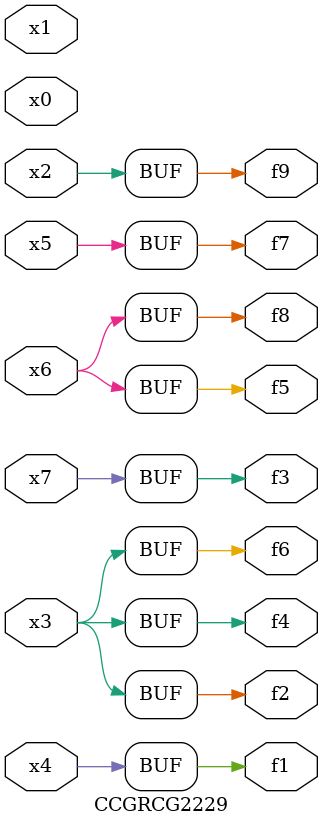
<source format=v>
module CCGRCG2229(
	input x0, x1, x2, x3, x4, x5, x6, x7,
	output f1, f2, f3, f4, f5, f6, f7, f8, f9
);
	assign f1 = x4;
	assign f2 = x3;
	assign f3 = x7;
	assign f4 = x3;
	assign f5 = x6;
	assign f6 = x3;
	assign f7 = x5;
	assign f8 = x6;
	assign f9 = x2;
endmodule

</source>
